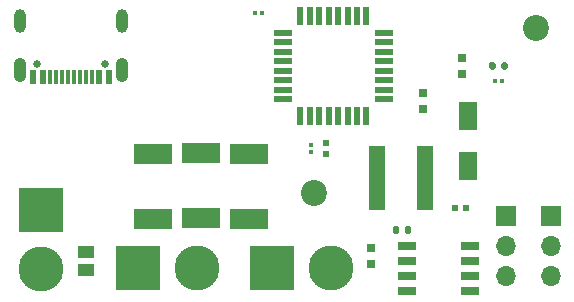
<source format=gbr>
G04 #@! TF.GenerationSoftware,KiCad,Pcbnew,(5.1.9)-1*
G04 #@! TF.CreationDate,2021-07-08T11:24:14-04:00*
G04 #@! TF.ProjectId,ESC_5A,4553435f-3541-42e6-9b69-6361645f7063,rev?*
G04 #@! TF.SameCoordinates,Original*
G04 #@! TF.FileFunction,Soldermask,Bot*
G04 #@! TF.FilePolarity,Negative*
%FSLAX46Y46*%
G04 Gerber Fmt 4.6, Leading zero omitted, Abs format (unit mm)*
G04 Created by KiCad (PCBNEW (5.1.9)-1) date 2021-07-08 11:24:14*
%MOMM*%
%LPD*%
G01*
G04 APERTURE LIST*
%ADD10C,2.200000*%
%ADD11O,1.700000X1.700000*%
%ADD12R,1.700000X1.700000*%
%ADD13R,3.300000X1.800000*%
%ADD14R,1.430000X5.500000*%
%ADD15C,3.800000*%
%ADD16R,3.800000X3.800000*%
%ADD17R,0.300000X1.150000*%
%ADD18R,0.600000X1.150000*%
%ADD19C,0.650000*%
%ADD20O,1.050000X2.100000*%
%ADD21O,1.000000X2.000000*%
%ADD22R,0.600000X1.500000*%
%ADD23R,1.500000X0.600000*%
%ADD24R,1.500000X0.650000*%
%ADD25R,1.550000X2.350000*%
%ADD26R,1.470000X1.020000*%
%ADD27R,0.460000X0.420000*%
%ADD28R,0.420000X0.460000*%
%ADD29R,0.620000X0.600000*%
%ADD30R,0.700000X0.700000*%
%ADD31R,0.600000X0.620000*%
G04 APERTURE END LIST*
D10*
G04 #@! TO.C,H2*
X172085000Y-140970000D03*
G04 #@! TD*
D11*
G04 #@! TO.C,J6*
X173355000Y-161925000D03*
X173355000Y-159385000D03*
D12*
X173355000Y-156845000D03*
G04 #@! TD*
D13*
G04 #@! TO.C,R9*
X143745000Y-157055000D03*
X143745000Y-151555000D03*
G04 #@! TD*
G04 #@! TO.C,R7*
X139700000Y-157070000D03*
X139700000Y-151570000D03*
G04 #@! TD*
G04 #@! TO.C,R6*
X147790000Y-157070000D03*
X147790000Y-151570000D03*
G04 #@! TD*
G04 #@! TO.C,R4*
G36*
G01*
X160995000Y-158200000D02*
X160995000Y-157830000D01*
G75*
G02*
X161130000Y-157695000I135000J0D01*
G01*
X161400000Y-157695000D01*
G75*
G02*
X161535000Y-157830000I0J-135000D01*
G01*
X161535000Y-158200000D01*
G75*
G02*
X161400000Y-158335000I-135000J0D01*
G01*
X161130000Y-158335000D01*
G75*
G02*
X160995000Y-158200000I0J135000D01*
G01*
G37*
G36*
G01*
X159975000Y-158200000D02*
X159975000Y-157830000D01*
G75*
G02*
X160110000Y-157695000I135000J0D01*
G01*
X160380000Y-157695000D01*
G75*
G02*
X160515000Y-157830000I0J-135000D01*
G01*
X160515000Y-158200000D01*
G75*
G02*
X160380000Y-158335000I-135000J0D01*
G01*
X160110000Y-158335000D01*
G75*
G02*
X159975000Y-158200000I0J135000D01*
G01*
G37*
G04 #@! TD*
G04 #@! TO.C,R2*
G36*
G01*
X169150000Y-144330000D02*
X169150000Y-143960000D01*
G75*
G02*
X169285000Y-143825000I135000J0D01*
G01*
X169555000Y-143825000D01*
G75*
G02*
X169690000Y-143960000I0J-135000D01*
G01*
X169690000Y-144330000D01*
G75*
G02*
X169555000Y-144465000I-135000J0D01*
G01*
X169285000Y-144465000D01*
G75*
G02*
X169150000Y-144330000I0J135000D01*
G01*
G37*
G36*
G01*
X168130000Y-144330000D02*
X168130000Y-143960000D01*
G75*
G02*
X168265000Y-143825000I135000J0D01*
G01*
X168535000Y-143825000D01*
G75*
G02*
X168670000Y-143960000I0J-135000D01*
G01*
X168670000Y-144330000D01*
G75*
G02*
X168535000Y-144465000I-135000J0D01*
G01*
X168265000Y-144465000D01*
G75*
G02*
X168130000Y-144330000I0J135000D01*
G01*
G37*
G04 #@! TD*
D14*
G04 #@! TO.C,L1*
X162675000Y-153670000D03*
X158635000Y-153670000D03*
G04 #@! TD*
D15*
G04 #@! TO.C,J5*
X130175000Y-161310000D03*
D16*
X130175000Y-156310000D03*
G04 #@! TD*
D15*
G04 #@! TO.C,J4*
X154760000Y-161290000D03*
D16*
X149760000Y-161290000D03*
G04 #@! TD*
D15*
G04 #@! TO.C,J3*
X143430000Y-161290000D03*
D16*
X138430000Y-161290000D03*
G04 #@! TD*
D11*
G04 #@! TO.C,J2*
X169545000Y-161925000D03*
X169545000Y-159385000D03*
D12*
X169545000Y-156845000D03*
G04 #@! TD*
D17*
G04 #@! TO.C,J1*
X130965000Y-145090000D03*
X131465000Y-145090000D03*
X131965000Y-145090000D03*
X134465000Y-145090000D03*
X133965000Y-145090000D03*
X133465000Y-145090000D03*
X132465000Y-145090000D03*
X132965000Y-145090000D03*
D18*
X135115000Y-145090000D03*
X130315000Y-145090000D03*
X135915000Y-145090000D03*
X129515000Y-145090000D03*
D19*
X129825000Y-144015000D03*
X135605000Y-144015000D03*
D20*
X137035000Y-144515000D03*
X128395000Y-144515000D03*
D21*
X137035000Y-140335000D03*
X128395000Y-140335000D03*
G04 #@! TD*
D22*
G04 #@! TO.C,IC4*
X152140000Y-148395000D03*
X152940000Y-148395000D03*
X153740000Y-148395000D03*
X154540000Y-148395000D03*
X155340000Y-148395000D03*
X156140000Y-148395000D03*
X156940000Y-148395000D03*
X157740000Y-148395000D03*
D23*
X159190000Y-146945000D03*
X159190000Y-146145000D03*
X159190000Y-145345000D03*
X159190000Y-144545000D03*
X159190000Y-143745000D03*
X159190000Y-142945000D03*
X159190000Y-142145000D03*
X159190000Y-141345000D03*
D22*
X157740000Y-139895000D03*
X156940000Y-139895000D03*
X156140000Y-139895000D03*
X155340000Y-139895000D03*
X154540000Y-139895000D03*
X153740000Y-139895000D03*
X152940000Y-139895000D03*
X152140000Y-139895000D03*
D23*
X150690000Y-141345000D03*
X150690000Y-142145000D03*
X150690000Y-142945000D03*
X150690000Y-143745000D03*
X150690000Y-144545000D03*
X150690000Y-145345000D03*
X150690000Y-146145000D03*
X150690000Y-146945000D03*
G04 #@! TD*
D24*
G04 #@! TO.C,IC1*
X166530000Y-163195000D03*
X166530000Y-161925000D03*
X166530000Y-160655000D03*
X166530000Y-159385000D03*
X161130000Y-159385000D03*
X161130000Y-160655000D03*
X161130000Y-161925000D03*
X161130000Y-163195000D03*
G04 #@! TD*
D10*
G04 #@! TO.C,H1*
X153270000Y-154940000D03*
G04 #@! TD*
D25*
G04 #@! TO.C,D2*
X166370000Y-152645000D03*
X166370000Y-148345000D03*
G04 #@! TD*
D26*
G04 #@! TO.C,C10*
X133985000Y-161455000D03*
X133985000Y-159855000D03*
G04 #@! TD*
D27*
G04 #@! TO.C,C9*
X148920000Y-139700000D03*
X148260000Y-139700000D03*
G04 #@! TD*
D28*
G04 #@! TO.C,C8*
X153035000Y-150800000D03*
X153035000Y-151460000D03*
G04 #@! TD*
D29*
G04 #@! TO.C,C7*
X154305000Y-151590000D03*
X154305000Y-150670000D03*
G04 #@! TD*
D30*
G04 #@! TO.C,C6*
X165835000Y-143445000D03*
X165835000Y-144845000D03*
G04 #@! TD*
G04 #@! TO.C,C5*
X162560000Y-146420000D03*
X162560000Y-147820000D03*
G04 #@! TD*
D31*
G04 #@! TO.C,C4*
X166195000Y-156210000D03*
X165275000Y-156210000D03*
G04 #@! TD*
D30*
G04 #@! TO.C,C2*
X158115000Y-160920000D03*
X158115000Y-159520000D03*
G04 #@! TD*
D27*
G04 #@! TO.C,C1*
X169240000Y-145415000D03*
X168580000Y-145415000D03*
G04 #@! TD*
M02*

</source>
